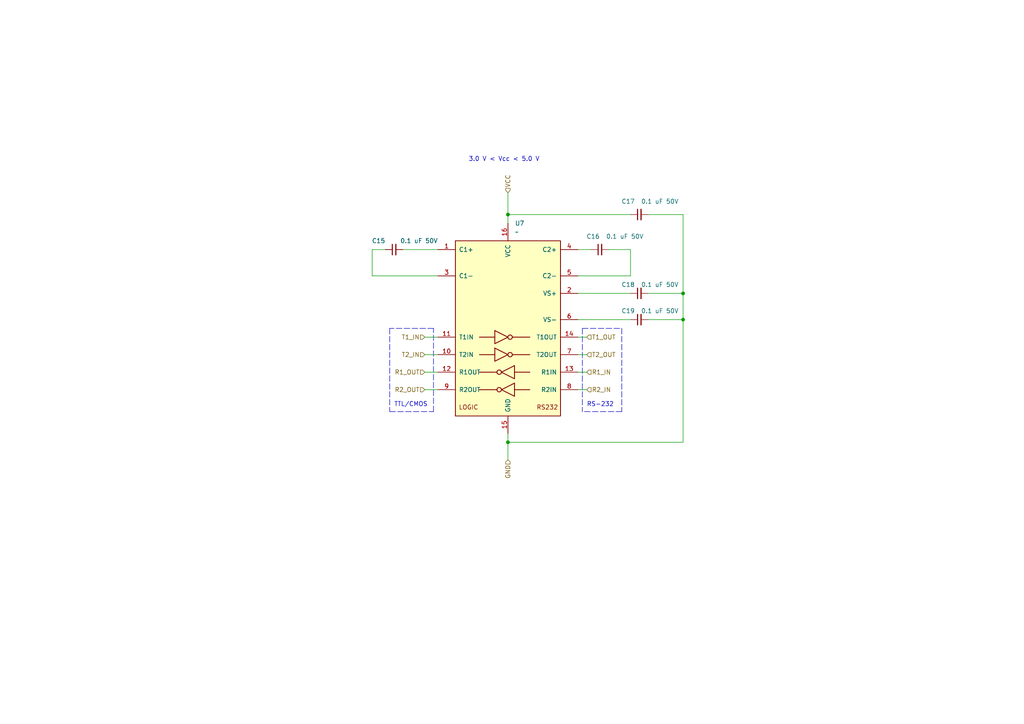
<source format=kicad_sch>
(kicad_sch (version 20211123) (generator eeschema)
  (paper "A4")
  (title_block (title "Sparkfun MAX3232") (company "Guatek"))
  (lib_symbols
    (symbol "Device:C_Small" (pin_numbers hide) (pin_names (offset 0.254) hide)
      (property "Reference" "C" (at 0.254 1.778 0))
      (property "Value" "C_Small" (at 0.254 -2.032 0))
      (symbol "C_Small_0_1"
        (polyline (pts (xy -1.524 -0.508) (xy 1.524 -0.508)) (stroke (width 0.3302)))
        (polyline (pts (xy -1.524 0.508) (xy 1.524 0.508)) (stroke (width 0.3048)))
      )
      (symbol "C_Small_1_1"
        (pin passive line (at 0 2.54 270) (length 2.032) (name "~") (number "1"))
        (pin passive line (at 0 -2.54 90) (length 2.032) (name "~") (number "2"))
      )
    )
    (symbol "Interface_UART:MAX3232" (pin_names (offset 1.016))
      (property "Reference" "U" (at -2.54 28.575 0))
      (property "Value" "MAX3232" (at -2.54 26.67 0))
      (symbol "MAX3232_0_0"
        (text "LOGIC" (at -11.43 -22.86 0) (effects (font (size 1.27 1.27))))
        (text "RS232" (at 11.43 -22.86 0) (effects (font (size 1.27 1.27))))
      )
      (symbol "MAX3232_0_1"
        (rectangle (start -15.24 -25.4) (end 15.24 25.4) (stroke (width 0.254)) (fill (type background)))
        (circle (center -2.54 -17.78) (radius 0.635) (stroke (width 0.254)))
        (circle (center -2.54 -12.7) (radius 0.635) (stroke (width 0.254)))
        (polyline (pts (xy -3.81 -7.62) (xy -8.255 -7.62)) (stroke (width 0.254)))
        (polyline (pts (xy -3.81 -2.54) (xy -8.255 -2.54)) (stroke (width 0.254)))
        (polyline (pts (xy -3.175 -17.78) (xy -8.255 -17.78)) (stroke (width 0.254)))
        (polyline (pts (xy -3.175 -12.7) (xy -8.255 -12.7)) (stroke (width 0.254)))
        (polyline (pts (xy 1.27 -7.62) (xy 6.35 -7.62)) (stroke (width 0.254)))
        (polyline (pts (xy 1.27 -2.54) (xy 6.35 -2.54)) (stroke (width 0.254)))
        (polyline (pts (xy 1.905 -17.78) (xy 6.35 -17.78)) (stroke (width 0.254)))
        (polyline (pts (xy 1.905 -12.7) (xy 6.35 -12.7)) (stroke (width 0.254)))
        (polyline (pts (xy -3.81 -5.715) (xy -3.81 -9.525) (xy 0 -7.62) (xy -3.81 -5.715)) (stroke (width 0.254)))
        (polyline (pts (xy -3.81 -0.635) (xy -3.81 -4.445) (xy 0 -2.54) (xy -3.81 -0.635)) (stroke (width 0.254)))
        (polyline (pts (xy 1.905 -15.875) (xy 1.905 -19.685) (xy -1.905 -17.78) (xy 1.905 -15.875)) (stroke (width 0.254)))
        (polyline (pts (xy 1.905 -10.795) (xy 1.905 -14.605) (xy -1.905 -12.7) (xy 1.905 -10.795)) (stroke (width 0.254)))
        (circle (center 0.635 -7.62) (radius 0.635) (stroke (width 0.254)))
        (circle (center 0.635 -2.54) (radius 0.635) (stroke (width 0.254)))
      )
      (symbol "MAX3232_1_1"
        (pin passive line (at -20.32 22.86 0) (length 5.08) (name "C1+") (number "1"))
        (pin input line (at -20.32 -7.62 0) (length 5.08) (name "T2IN") (number "10"))
        (pin input line (at -20.32 -2.54 0) (length 5.08) (name "T1IN") (number "11"))
        (pin output line (at -20.32 -12.7 0) (length 5.08) (name "R1OUT") (number "12"))
        (pin input line (at 20.32 -12.7 180) (length 5.08) (name "R1IN") (number "13"))
        (pin output line (at 20.32 -2.54 180) (length 5.08) (name "T1OUT") (number "14"))
        (pin power_in line (at 0 -30.48 90) (length 5.08) (name "GND") (number "15"))
        (pin power_in line (at 0 30.48 270) (length 5.08) (name "VCC") (number "16"))
        (pin power_out line (at 20.32 10.16 180) (length 5.08) (name "VS+") (number "2"))
        (pin passive line (at -20.32 15.24 0) (length 5.08) (name "C1-") (number "3"))
        (pin passive line (at 20.32 22.86 180) (length 5.08) (name "C2+") (number "4"))
        (pin passive line (at 20.32 15.24 180) (length 5.08) (name "C2-") (number "5"))
        (pin power_out line (at 20.32 2.54 180) (length 5.08) (name "VS-") (number "6"))
        (pin output line (at 20.32 -7.62 180) (length 5.08) (name "T2OUT") (number "7"))
        (pin input line (at 20.32 -17.78 180) (length 5.08) (name "R2IN") (number "8"))
        (pin output line (at -20.32 -17.78 0) (length 5.08) (name "R2OUT") (number "9"))
      )
    )
  )
  (junction (at 198.12 92.71))
  (junction (at 147.32 62.23))
  (junction (at 147.32 128.27))
  (junction (at 198.12 85.09))
  (wire (pts (xy 167.64 92.71) (xy 182.88 92.71)))
  (wire (pts (xy 176.53 72.39) (xy 182.88 72.39)))
  (polyline (pts (xy 168.91 95.25) (xy 168.91 119.38)))
  (wire (pts (xy 147.32 62.23) (xy 147.32 64.77)))
  (wire (pts (xy 147.32 55.88) (xy 147.32 62.23)))
  (wire (pts (xy 167.64 97.79) (xy 170.18 97.79)))
  (wire (pts (xy 187.96 62.23) (xy 198.12 62.23)))
  (wire (pts (xy 167.64 113.03) (xy 170.18 113.03)))
  (polyline (pts (xy 168.91 95.25) (xy 180.34 95.25)))
  (wire (pts (xy 123.19 102.87) (xy 127 102.87)))
  (polyline (pts (xy 180.34 95.25) (xy 180.34 119.38)))
  (wire (pts (xy 187.96 85.09) (xy 198.12 85.09)))
  (polyline (pts (xy 113.03 119.38) (xy 125.73 119.38)))
  (wire (pts (xy 182.88 80.01) (xy 182.88 72.39)))
  (wire (pts (xy 107.95 80.01) (xy 107.95 72.39)))
  (wire (pts (xy 123.19 97.79) (xy 127 97.79)))
  (wire (pts (xy 147.32 128.27) (xy 198.12 128.27)))
  (wire (pts (xy 123.19 107.95) (xy 127 107.95)))
  (wire (pts (xy 167.64 72.39) (xy 171.45 72.39)))
  (wire (pts (xy 147.32 128.27) (xy 147.32 133.35)))
  (polyline (pts (xy 180.34 119.38) (xy 168.91 119.38)))
  (polyline (pts (xy 113.03 95.25) (xy 113.03 119.38)))
  (wire (pts (xy 167.64 107.95) (xy 170.18 107.95)))
  (wire (pts (xy 107.95 72.39) (xy 111.76 72.39)))
  (wire (pts (xy 187.96 92.71) (xy 198.12 92.71)))
  (wire (pts (xy 123.19 113.03) (xy 127 113.03)))
  (wire (pts (xy 127 80.01) (xy 107.95 80.01)))
  (wire (pts (xy 147.32 125.73) (xy 147.32 128.27)))
  (wire (pts (xy 167.64 85.09) (xy 182.88 85.09)))
  (polyline (pts (xy 125.73 95.25) (xy 113.03 95.25)))
  (wire (pts (xy 167.64 102.87) (xy 170.18 102.87)))
  (wire (pts (xy 116.84 72.39) (xy 127 72.39)))
  (wire (pts (xy 198.12 62.23) (xy 198.12 85.09)))
  (wire (pts (xy 182.88 62.23) (xy 147.32 62.23)))
  (polyline (pts (xy 125.73 119.38) (xy 125.73 95.25)))
  (wire (pts (xy 198.12 92.71) (xy 198.12 128.27)))
  (wire (pts (xy 198.12 85.09) (xy 198.12 92.71)))
  (wire (pts (xy 167.64 80.01) (xy 182.88 80.01)))
  (text "TTL/CMOS" (at 114.3 118.11 0) (effects (font (size 1.27 1.27)) (justify left bottom)))
  (text "3.0 V < Vcc < 5.0 V" (at 135.89 46.99 0) (effects (font (size 1.27 1.27)) (justify left bottom)))
  (text "RS-232" (at 170.18 118.11 0) (effects (font (size 1.27 1.27)) (justify left bottom)))
  (hierarchical_label "T1_IN" (shape input) (at 123.19 97.79 180))
  (hierarchical_label "VCC" (shape input) (at 147.32 55.88 90))
  (hierarchical_label "R2_IN" (shape input) (at 170.18 113.03 0))
  (hierarchical_label "R1_OUT" (shape input) (at 123.19 107.95 180))
  (hierarchical_label "R2_OUT" (shape input) (at 123.19 113.03 180))
  (hierarchical_label "T2_OUT" (shape input) (at 170.18 102.87 0))
  (hierarchical_label "R1_IN" (shape input) (at 170.18 107.95 0))
  (hierarchical_label "T2_IN" (shape input) (at 123.19 102.87 180))
  (hierarchical_label "T1_OUT" (shape input) (at 170.18 97.79 0))
  (hierarchical_label "GND" (shape input) (at 147.32 133.35 270))
  (symbol (lib_id "Device:C_Small") (at 185.42 62.23 90) (unit 1)
    (property "Reference" "C17" (at 184.15 58.42 90) (effects (justify left)))
    (property "Value" "0.1 uF 50V" (at 196.85 58.42 90) (effects (justify left)))
    (property "Footprint" "Capacitor_SMD:C_0603_1608Metric_Pad1.08x0.95mm_HandSolder" (effects hide))
    (property "Datasheet" "https://api.kemet.com/component-edge/download/datasheet/C0603C104M5RACTU.pdf" (effects hide))
    (property "Part Number" "C0603C104M5RACTU" (effects hide))
    (property "Supplier" "Digikey" (effects hide))
    (property "Link" "https://www.digikey.com/product-detail/en/kemet/C0603C104M5RACTU/399-7845-1-ND/3471568" (effects hide))
  )
  (symbol (lib_id "Device:C_Small") (at 114.3 72.39 90) (unit 1)
    (property "Reference" "C15" (at 111.76 69.85 90) (effects (justify left)))
    (property "Value" "0.1 uF 50V" (at 127 69.85 90) (effects (justify left)))
    (property "Footprint" "Capacitor_SMD:C_0603_1608Metric_Pad1.08x0.95mm_HandSolder" (effects hide))
    (property "Datasheet" "https://api.kemet.com/component-edge/download/datasheet/C0603C104M5RACTU.pdf" (effects hide))
    (property "Part Number" "C0603C104M5RACTU" (effects hide))
    (property "Supplier" "Digikey" (effects hide))
    (property "Link" "https://www.digikey.com/product-detail/en/kemet/C0603C104M5RACTU/399-7845-1-ND/3471568" (effects hide))
  )
  (symbol (lib_id "Interface_UART:MAX3232") (at 147.32 95.25 0) (unit 1)
    (property "Reference" "U7" (at 149.3394 64.77 0) (effects (justify left)))
    (property "Value" "~" (at 149.3394 67.31 0) (effects (justify left)))
    (property "Footprint" "Package_SO:SOIC-16W_7.5x10.3mm_P1.27mm" (effects hide))
    (property "Datasheet" "https://assets.maxlinear.com/web/documents/sipex/datasheets/sp3222e_sp3232e.pdf" (effects hide))
    (property "Supplier" "Digikey" (effects hide))
    (property "Link" "https://www.digikey.com/en/products/detail/SP3232ECT-L-TR/1016-1804-1-ND/3586521?curr=usd&utm_campaign=buynow&utm_medium=aggregator&utm_source=octopart" (effects hide))
    (property "Part Number" "SP3232ECT-L/TR" (effects hide))
  )
  (symbol (lib_id "Device:C_Small") (at 173.99 72.39 90) (unit 1)
    (property "Reference" "C16" (at 173.99 68.58 90) (effects (justify left)))
    (property "Value" "0.1 uF 50V" (at 186.69 68.58 90) (effects (justify left)))
    (property "Footprint" "Capacitor_SMD:C_0603_1608Metric_Pad1.08x0.95mm_HandSolder" (effects hide))
    (property "Datasheet" "https://api.kemet.com/component-edge/download/datasheet/C0603C104M5RACTU.pdf" (effects hide))
    (property "Part Number" "C0603C104M5RACTU" (effects hide))
    (property "Supplier" "Digikey" (effects hide))
    (property "Link" "https://www.digikey.com/product-detail/en/kemet/C0603C104M5RACTU/399-7845-1-ND/3471568" (effects hide))
  )
  (symbol (lib_id "Device:C_Small") (at 185.42 92.71 90) (unit 1)
    (property "Reference" "C19" (at 184.15 90.17 90) (effects (justify left)))
    (property "Value" "0.1 uF 50V" (at 196.85 90.17 90) (effects (justify left)))
    (property "Footprint" "Capacitor_SMD:C_0603_1608Metric_Pad1.08x0.95mm_HandSolder" (effects hide))
    (property "Datasheet" "https://api.kemet.com/component-edge/download/datasheet/C0603C104M5RACTU.pdf" (effects hide))
    (property "Part Number" "C0603C104M5RACTU" (effects hide))
    (property "Supplier" "Digikey" (effects hide))
    (property "Link" "https://www.digikey.com/product-detail/en/kemet/C0603C104M5RACTU/399-7845-1-ND/3471568" (effects hide))
  )
  (symbol (lib_id "Device:C_Small") (at 185.42 85.09 90) (unit 1)
    (property "Reference" "C18" (at 184.15 82.55 90) (effects (justify left)))
    (property "Value" "0.1 uF 50V" (at 196.85 82.55 90) (effects (justify left)))
    (property "Footprint" "Capacitor_SMD:C_0603_1608Metric_Pad1.08x0.95mm_HandSolder" (effects hide))
    (property "Datasheet" "https://api.kemet.com/component-edge/download/datasheet/C0603C104M5RACTU.pdf" (effects hide))
    (property "Part Number" "C0603C104M5RACTU" (effects hide))
    (property "Supplier" "Digikey" (effects hide))
    (property "Link" "https://www.digikey.com/product-detail/en/kemet/C0603C104M5RACTU/399-7845-1-ND/3471568" (effects hide))
  )
)
</source>
